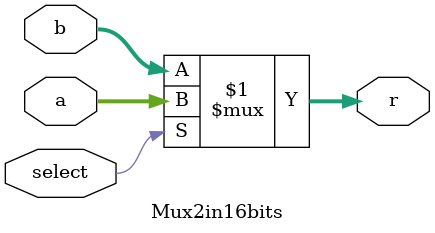
<source format=v>
module Mux2in16bits(
    input wire [15:0]a, 
    input wire [15:0]b,
    input wire select,
    output wire [15:0]r
);


assign r = select ? a : b;

endmodule
</source>
